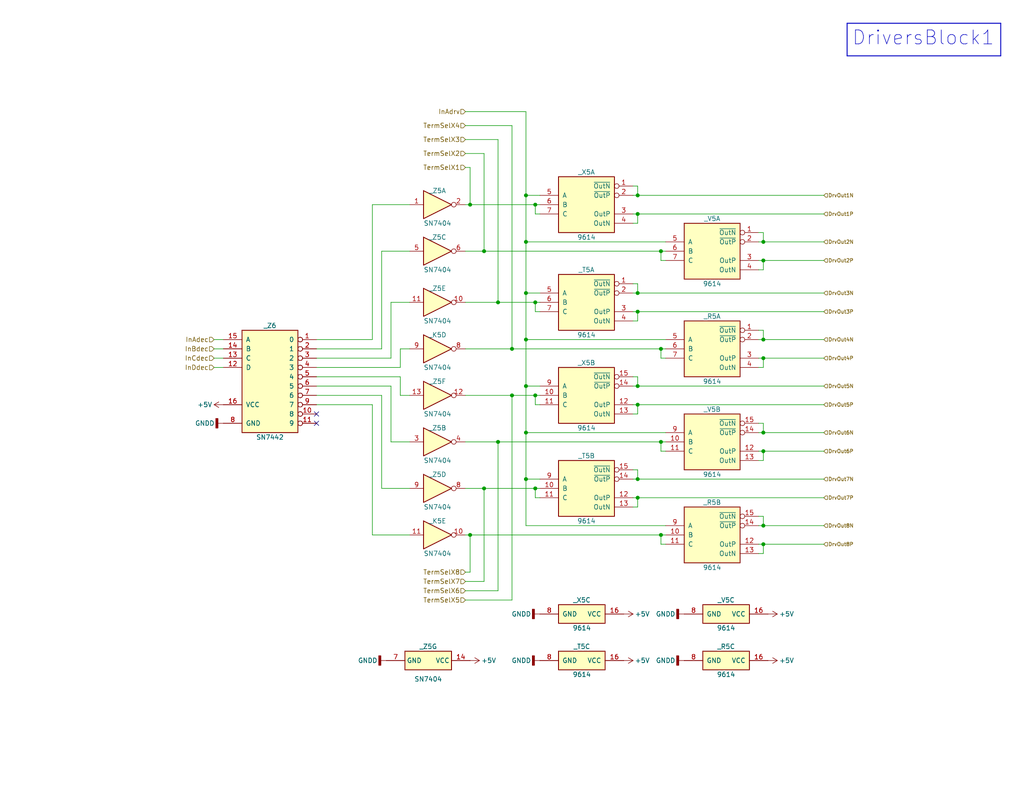
<source format=kicad_sch>
(kicad_sch (version 20230121) (generator eeschema)
  (paper "USLetter")
  (lib_symbols
    (symbol "local:9614" (pin_names (offset 1.016))
      (property "Reference" "U" (at 0 8.89 0))
      (property "Value" "9614" (at 0 -8.89 0))
      (symbol "9614_1_0"
        (pin bidirectional inverted (at 12.7 5.08 180) (length 5.08) (name "~{OutN}") (number "1"))
        (pin output inverted (at 12.7 2.54 180) (length 5.08) (name "~{OutP}") (number "2"))
        (pin output line (at 12.7 -2.54 180) (length 5.08) (name "OutP") (number "3"))
        (pin bidirectional line (at 12.7 -5.08 180) (length 5.08) (name "OutN") (number "4"))
        (pin input line (at -12.7 2.54 0) (length 5.08) (name "A") (number "5"))
        (pin input line (at -12.7 0 0) (length 5.08) (name "B") (number "6"))
        (pin input line (at -12.7 -2.54 0) (length 5.08) (name "C") (number "7"))
      )
      (symbol "9614_1_1"
        (rectangle (start -7.62 7.62) (end 7.62 -7.62) (stroke (width 0.254)) (fill (type background)))
      )
      (symbol "9614_2_0"
        (pin input line (at -12.7 0 0) (length 5.08) (name "B") (number "10"))
        (pin input line (at -12.7 -2.54 0) (length 5.08) (name "C") (number "11"))
        (pin output line (at 12.7 -2.54 180) (length 5.08) (name "OutP") (number "12"))
        (pin bidirectional line (at 12.7 -5.08 180) (length 5.08) (name "OutN") (number "13"))
        (pin output inverted (at 12.7 2.54 180) (length 5.08) (name "~{OutP}") (number "14"))
        (pin bidirectional inverted (at 12.7 5.08 180) (length 5.08) (name "~{OutN}") (number "15"))
        (pin input line (at -12.7 2.54 0) (length 5.08) (name "A") (number "9"))
      )
      (symbol "9614_2_1"
        (rectangle (start -7.62 7.62) (end 7.62 -7.62) (stroke (width 0.254)) (fill (type background)))
      )
      (symbol "9614_3_0"
        (pin power_in line (at 11.43 0 180) (length 5.08) (name "VCC") (number "16"))
        (pin power_in line (at -11.43 0 0) (length 5.08) (name "GND") (number "8"))
      )
      (symbol "9614_3_1"
        (rectangle (start -6.35 2.54) (end 6.35 -2.54) (stroke (width 0.254)) (fill (type background)))
      )
    )
    (symbol "local:SN7404"
      (property "Reference" "U" (at 0 3.81 0))
      (property "Value" "SN7404" (at 0 -5.08 0))
      (symbol "SN7404_1_0"
        (polyline (pts (xy -3.81 3.81) (xy -3.81 -3.81) (xy 3.81 0) (xy -3.81 3.81)) (stroke (width 0.254)) (fill (type background)))
        (pin input line (at -7.62 0 0) (length 3.81) (name "~") (number "1"))
        (pin output inverted (at 7.62 0 180) (length 3.81) (name "~") (number "2"))
      )
      (symbol "SN7404_2_0"
        (polyline (pts (xy -3.81 3.81) (xy -3.81 -3.81) (xy 3.81 0) (xy -3.81 3.81)) (stroke (width 0.254)) (fill (type background)))
        (pin input line (at -7.62 0 0) (length 3.81) (name "~") (number "3"))
        (pin output inverted (at 7.62 0 180) (length 3.81) (name "~") (number "4"))
      )
      (symbol "SN7404_3_0"
        (polyline (pts (xy -3.81 3.81) (xy -3.81 -3.81) (xy 3.81 0) (xy -3.81 3.81)) (stroke (width 0.254)) (fill (type background)))
        (pin input line (at -7.62 0 0) (length 3.81) (name "~") (number "5"))
        (pin output inverted (at 7.62 0 180) (length 3.81) (name "~") (number "6"))
      )
      (symbol "SN7404_4_0"
        (polyline (pts (xy -3.81 3.81) (xy -3.81 -3.81) (xy 3.81 0) (xy -3.81 3.81)) (stroke (width 0.254)) (fill (type background)))
        (pin output inverted (at 7.62 0 180) (length 3.81) (name "~") (number "8"))
        (pin input line (at -7.62 0 0) (length 3.81) (name "~") (number "9"))
      )
      (symbol "SN7404_5_0"
        (polyline (pts (xy -3.81 3.81) (xy -3.81 -3.81) (xy 3.81 0) (xy -3.81 3.81)) (stroke (width 0.254)) (fill (type background)))
        (pin output inverted (at 7.62 0 180) (length 3.81) (name "~") (number "10"))
        (pin input line (at -7.62 0 0) (length 3.81) (name "~") (number "11"))
      )
      (symbol "SN7404_6_0"
        (polyline (pts (xy -3.81 3.81) (xy -3.81 -3.81) (xy 3.81 0) (xy -3.81 3.81)) (stroke (width 0.254)) (fill (type background)))
        (pin output inverted (at 7.62 0 180) (length 3.81) (name "~") (number "12"))
        (pin input line (at -7.62 0 0) (length 3.81) (name "~") (number "13"))
      )
      (symbol "SN7404_7_0"
        (pin power_in line (at 11.43 0 180) (length 5.08) (name "VCC") (number "14"))
        (pin power_in line (at -11.43 0 0) (length 5.08) (name "GND") (number "7"))
      )
      (symbol "SN7404_7_1"
        (rectangle (start -6.35 2.54) (end 6.35 -2.54) (stroke (width 0.254)) (fill (type background)))
      )
    )
    (symbol "local:SN7442" (pin_names (offset 1.016))
      (property "Reference" "U" (at 0 13.97 0))
      (property "Value" "SN7442" (at 0 -16.51 0))
      (symbol "SN7442_1_0"
        (pin output inverted (at 12.7 10.16 180) (length 5.08) (name "0") (number "1"))
        (pin output inverted (at 12.7 -10.16 180) (length 5.08) (name "8") (number "10"))
        (pin output inverted (at 12.7 -12.7 180) (length 5.08) (name "9") (number "11"))
        (pin input line (at -12.7 2.54 0) (length 5.08) (name "D") (number "12"))
        (pin input line (at -12.7 5.08 0) (length 5.08) (name "C") (number "13"))
        (pin input line (at -12.7 7.62 0) (length 5.08) (name "B") (number "14"))
        (pin input line (at -12.7 10.16 0) (length 5.08) (name "A") (number "15"))
        (pin power_in line (at -12.7 -7.62 0) (length 5.08) (name "VCC") (number "16"))
        (pin output inverted (at 12.7 7.62 180) (length 5.08) (name "1") (number "2"))
        (pin output inverted (at 12.7 5.08 180) (length 5.08) (name "2") (number "3"))
        (pin output inverted (at 12.7 2.54 180) (length 5.08) (name "3") (number "4"))
        (pin output inverted (at 12.7 0 180) (length 5.08) (name "4") (number "5"))
        (pin output inverted (at 12.7 -2.54 180) (length 5.08) (name "5") (number "6"))
        (pin output inverted (at 12.7 -5.08 180) (length 5.08) (name "6") (number "7"))
        (pin power_in line (at -12.7 -12.7 0) (length 5.08) (name "GND") (number "8"))
        (pin output inverted (at 12.7 -7.62 180) (length 5.08) (name "7") (number "9"))
      )
      (symbol "SN7442_1_1"
        (rectangle (start -7.62 12.7) (end 7.62 -15.24) (stroke (width 0.254)) (fill (type background)))
      )
    )
    (symbol "power:+5V" (power) (pin_names (offset 0))
      (property "Value" "+5V" (at 0 3.556 0))
      (symbol "+5V_0_1"
        (polyline (pts (xy -0.762 1.27) (xy 0 2.54)))
        (polyline (pts (xy 0 0) (xy 0 2.54)))
        (polyline (pts (xy 0 2.54) (xy 0.762 1.27)))
      )
      (symbol "+5V_1_1"
        (pin power_in line (at 0 0 90) (length 0) hide (name "+5V") (number "1"))
      )
    )
    (symbol "power:GNDD" (power) (pin_names (offset 0))
      (property "Value" "GNDD" (at 0 -3.175 0))
      (symbol "GNDD_0_1"
        (rectangle (start -1.27 -1.524) (end 1.27 -2.032) (stroke (width 0.254)) (fill (type outline)))
        (polyline (pts (xy 0 0) (xy 0 -1.524)))
      )
      (symbol "GNDD_1_1"
        (pin power_in line (at 0 0 270) (length 0) hide (name "GNDD") (number "1"))
      )
    )
  )
  (junction (at 143.51 92.71))
  (junction (at 132.08 133.35))
  (junction (at 173.99 130.81))
  (junction (at 208.28 148.59))
  (junction (at 208.28 66.04))
  (junction (at 143.51 53.34))
  (junction (at 143.51 118.11))
  (junction (at 146.05 82.55))
  (junction (at 173.99 135.89))
  (junction (at 180.34 95.25))
  (junction (at 173.99 85.09))
  (junction (at 128.27 146.05))
  (junction (at 132.08 68.58))
  (junction (at 180.34 146.05))
  (junction (at 146.05 55.88))
  (junction (at 208.28 71.12))
  (junction (at 208.28 97.79))
  (junction (at 139.7 107.95))
  (junction (at 173.99 105.41))
  (junction (at 180.34 120.65))
  (junction (at 208.28 123.19))
  (junction (at 180.34 68.58))
  (junction (at 146.05 133.35))
  (junction (at 208.28 143.51))
  (junction (at 128.27 55.88))
  (junction (at 173.99 58.42))
  (junction (at 135.89 82.55))
  (junction (at 143.51 80.01))
  (junction (at 173.99 110.49))
  (junction (at 143.51 105.41))
  (junction (at 135.89 120.65))
  (junction (at 143.51 66.04))
  (junction (at 173.99 53.34))
  (junction (at 146.05 107.95))
  (junction (at 139.7 95.25))
  (junction (at 143.51 130.81))
  (junction (at 208.28 118.11))
  (junction (at 208.28 92.71))
  (junction (at 173.99 80.01))
  (no_connect (at 86.36 113.03))
  (no_connect (at 86.36 115.57))
  (wire (pts (xy 143.51 92.71) (xy 143.51 105.41)))
  (wire (pts (xy 132.08 158.75) (xy 132.08 133.35)))
  (wire (pts (xy 173.99 102.87) (xy 173.99 105.41)))
  (wire (pts (xy 208.28 115.57) (xy 208.28 118.11)))
  (wire (pts (xy 106.68 82.55) (xy 111.76 82.55)))
  (wire (pts (xy 208.28 92.71) (xy 224.79 92.71)))
  (wire (pts (xy 135.89 120.65) (xy 180.34 120.65)))
  (wire (pts (xy 143.51 80.01) (xy 143.51 92.71)))
  (wire (pts (xy 127 55.88) (xy 128.27 55.88)))
  (wire (pts (xy 139.7 163.83) (xy 139.7 107.95)))
  (wire (pts (xy 172.72 60.96) (xy 173.99 60.96)))
  (wire (pts (xy 173.99 135.89) (xy 224.79 135.89)))
  (wire (pts (xy 104.14 95.25) (xy 104.14 68.58)))
  (wire (pts (xy 135.89 38.1) (xy 135.89 82.55)))
  (wire (pts (xy 172.72 50.8) (xy 173.99 50.8)))
  (polyline (pts (xy 273.05 6.35) (xy 231.14 6.35)))
  (wire (pts (xy 146.05 55.88) (xy 147.32 55.88)))
  (wire (pts (xy 173.99 138.43) (xy 173.99 135.89)))
  (wire (pts (xy 172.72 105.41) (xy 173.99 105.41)))
  (wire (pts (xy 180.34 148.59) (xy 180.34 146.05)))
  (polyline (pts (xy 231.14 6.35) (xy 231.14 15.24)) (stroke (width 0.254) (type solid)))
  (wire (pts (xy 173.99 130.81) (xy 224.79 130.81)))
  (wire (pts (xy 207.01 125.73) (xy 208.28 125.73)))
  (wire (pts (xy 127 68.58) (xy 132.08 68.58)))
  (wire (pts (xy 101.6 55.88) (xy 111.76 55.88)))
  (wire (pts (xy 181.61 123.19) (xy 180.34 123.19)))
  (wire (pts (xy 146.05 133.35) (xy 147.32 133.35)))
  (wire (pts (xy 208.28 148.59) (xy 224.79 148.59)))
  (wire (pts (xy 172.72 113.03) (xy 173.99 113.03)))
  (wire (pts (xy 147.32 105.41) (xy 143.51 105.41)))
  (wire (pts (xy 207.01 73.66) (xy 208.28 73.66)))
  (wire (pts (xy 101.6 146.05) (xy 111.76 146.05)))
  (wire (pts (xy 127 45.72) (xy 128.27 45.72)))
  (wire (pts (xy 127 38.1) (xy 135.89 38.1)))
  (wire (pts (xy 208.28 118.11) (xy 224.79 118.11)))
  (wire (pts (xy 173.99 113.03) (xy 173.99 110.49)))
  (wire (pts (xy 173.99 87.63) (xy 173.99 85.09)))
  (wire (pts (xy 208.28 66.04) (xy 207.01 66.04)))
  (wire (pts (xy 180.34 146.05) (xy 181.61 146.05)))
  (wire (pts (xy 207.01 90.17) (xy 208.28 90.17)))
  (wire (pts (xy 181.61 118.11) (xy 143.51 118.11)))
  (wire (pts (xy 86.36 107.95) (xy 104.14 107.95)))
  (wire (pts (xy 146.05 82.55) (xy 147.32 82.55)))
  (wire (pts (xy 146.05 107.95) (xy 147.32 107.95)))
  (wire (pts (xy 207.01 63.5) (xy 208.28 63.5)))
  (wire (pts (xy 143.51 30.48) (xy 143.51 53.34)))
  (wire (pts (xy 173.99 128.27) (xy 173.99 130.81)))
  (wire (pts (xy 172.72 128.27) (xy 173.99 128.27)))
  (wire (pts (xy 172.72 110.49) (xy 173.99 110.49)))
  (wire (pts (xy 127 41.91) (xy 132.08 41.91)))
  (wire (pts (xy 104.14 133.35) (xy 111.76 133.35)))
  (wire (pts (xy 139.7 107.95) (xy 146.05 107.95)))
  (wire (pts (xy 127 156.21) (xy 128.27 156.21)))
  (wire (pts (xy 181.61 92.71) (xy 143.51 92.71)))
  (wire (pts (xy 173.99 60.96) (xy 173.99 58.42)))
  (wire (pts (xy 109.22 102.87) (xy 109.22 107.95)))
  (wire (pts (xy 208.28 71.12) (xy 224.79 71.12)))
  (wire (pts (xy 208.28 148.59) (xy 207.01 148.59)))
  (wire (pts (xy 146.05 110.49) (xy 146.05 107.95)))
  (wire (pts (xy 143.51 118.11) (xy 143.51 130.81)))
  (wire (pts (xy 208.28 92.71) (xy 207.01 92.71)))
  (wire (pts (xy 128.27 146.05) (xy 180.34 146.05)))
  (wire (pts (xy 173.99 110.49) (xy 224.79 110.49)))
  (wire (pts (xy 173.99 105.41) (xy 224.79 105.41)))
  (polyline (pts (xy 231.14 15.24) (xy 273.05 15.24)) (stroke (width 0.254) (type solid)))
  (wire (pts (xy 208.28 143.51) (xy 207.01 143.51)))
  (wire (pts (xy 207.01 140.97) (xy 208.28 140.97)))
  (wire (pts (xy 208.28 123.19) (xy 224.79 123.19)))
  (wire (pts (xy 207.01 151.13) (xy 208.28 151.13)))
  (wire (pts (xy 106.68 105.41) (xy 106.68 120.65)))
  (wire (pts (xy 109.22 100.33) (xy 109.22 95.25)))
  (wire (pts (xy 207.01 115.57) (xy 208.28 115.57)))
  (wire (pts (xy 143.51 105.41) (xy 143.51 118.11)))
  (wire (pts (xy 172.72 135.89) (xy 173.99 135.89)))
  (wire (pts (xy 208.28 140.97) (xy 208.28 143.51)))
  (wire (pts (xy 132.08 133.35) (xy 146.05 133.35)))
  (wire (pts (xy 127 120.65) (xy 135.89 120.65)))
  (wire (pts (xy 127 161.29) (xy 135.89 161.29)))
  (wire (pts (xy 208.28 73.66) (xy 208.28 71.12)))
  (wire (pts (xy 181.61 66.04) (xy 143.51 66.04)))
  (wire (pts (xy 106.68 120.65) (xy 111.76 120.65)))
  (polyline (pts (xy 273.05 6.35) (xy 231.14 6.35)) (stroke (width 0.254) (type solid)))
  (wire (pts (xy 127 133.35) (xy 132.08 133.35)))
  (wire (pts (xy 173.99 85.09) (xy 224.79 85.09)))
  (wire (pts (xy 143.51 66.04) (xy 143.51 80.01)))
  (wire (pts (xy 173.99 80.01) (xy 224.79 80.01)))
  (wire (pts (xy 60.96 95.25) (xy 58.42 95.25)))
  (wire (pts (xy 101.6 92.71) (xy 101.6 55.88)))
  (wire (pts (xy 180.34 120.65) (xy 181.61 120.65)))
  (wire (pts (xy 180.34 97.79) (xy 180.34 95.25)))
  (wire (pts (xy 180.34 123.19) (xy 180.34 120.65)))
  (wire (pts (xy 127 158.75) (xy 132.08 158.75)))
  (wire (pts (xy 147.32 135.89) (xy 146.05 135.89)))
  (wire (pts (xy 109.22 107.95) (xy 111.76 107.95)))
  (wire (pts (xy 180.34 68.58) (xy 181.61 68.58)))
  (wire (pts (xy 181.61 97.79) (xy 180.34 97.79)))
  (wire (pts (xy 127 107.95) (xy 139.7 107.95)))
  (wire (pts (xy 86.36 95.25) (xy 104.14 95.25)))
  (wire (pts (xy 86.36 102.87) (xy 109.22 102.87)))
  (wire (pts (xy 147.32 110.49) (xy 146.05 110.49)))
  (wire (pts (xy 86.36 105.41) (xy 106.68 105.41)))
  (wire (pts (xy 208.28 63.5) (xy 208.28 66.04)))
  (wire (pts (xy 146.05 135.89) (xy 146.05 133.35)))
  (wire (pts (xy 208.28 143.51) (xy 224.79 143.51)))
  (wire (pts (xy 180.34 71.12) (xy 180.34 68.58)))
  (wire (pts (xy 104.14 107.95) (xy 104.14 133.35)))
  (wire (pts (xy 86.36 97.79) (xy 106.68 97.79)))
  (wire (pts (xy 143.51 130.81) (xy 147.32 130.81)))
  (wire (pts (xy 181.61 95.25) (xy 180.34 95.25)))
  (wire (pts (xy 172.72 53.34) (xy 173.99 53.34)))
  (wire (pts (xy 101.6 110.49) (xy 101.6 146.05)))
  (polyline (pts (xy 273.05 15.24) (xy 273.05 6.35)) (stroke (width 0.254) (type solid)))
  (wire (pts (xy 172.72 80.01) (xy 173.99 80.01)))
  (wire (pts (xy 208.28 97.79) (xy 224.79 97.79)))
  (wire (pts (xy 143.51 53.34) (xy 143.51 66.04)))
  (wire (pts (xy 132.08 41.91) (xy 132.08 68.58)))
  (wire (pts (xy 180.34 95.25) (xy 139.7 95.25)))
  (wire (pts (xy 128.27 55.88) (xy 146.05 55.88)))
  (wire (pts (xy 173.99 77.47) (xy 173.99 80.01)))
  (wire (pts (xy 208.28 90.17) (xy 208.28 92.71)))
  (wire (pts (xy 104.14 68.58) (xy 111.76 68.58)))
  (wire (pts (xy 172.72 77.47) (xy 173.99 77.47)))
  (wire (pts (xy 172.72 130.81) (xy 173.99 130.81)))
  (wire (pts (xy 146.05 58.42) (xy 146.05 55.88)))
  (wire (pts (xy 128.27 156.21) (xy 128.27 146.05)))
  (wire (pts (xy 143.51 30.48) (xy 127 30.48)))
  (wire (pts (xy 58.42 92.71) (xy 60.96 92.71)))
  (wire (pts (xy 173.99 58.42) (xy 224.79 58.42)))
  (wire (pts (xy 172.72 102.87) (xy 173.99 102.87)))
  (wire (pts (xy 181.61 148.59) (xy 180.34 148.59)))
  (wire (pts (xy 208.28 66.04) (xy 224.79 66.04)))
  (wire (pts (xy 135.89 161.29) (xy 135.89 120.65)))
  (wire (pts (xy 86.36 110.49) (xy 101.6 110.49)))
  (wire (pts (xy 135.89 82.55) (xy 146.05 82.55)))
  (wire (pts (xy 60.96 100.33) (xy 58.42 100.33)))
  (wire (pts (xy 109.22 95.25) (xy 111.76 95.25)))
  (wire (pts (xy 172.72 138.43) (xy 173.99 138.43)))
  (wire (pts (xy 208.28 151.13) (xy 208.28 148.59)))
  (wire (pts (xy 208.28 97.79) (xy 207.01 97.79)))
  (wire (pts (xy 86.36 92.71) (xy 101.6 92.71)))
  (wire (pts (xy 147.32 53.34) (xy 143.51 53.34)))
  (wire (pts (xy 139.7 95.25) (xy 127 95.25)))
  (wire (pts (xy 58.42 97.79) (xy 60.96 97.79)))
  (wire (pts (xy 173.99 53.34) (xy 224.79 53.34)))
  (wire (pts (xy 208.28 125.73) (xy 208.28 123.19)))
  (wire (pts (xy 147.32 85.09) (xy 146.05 85.09)))
  (wire (pts (xy 127 34.29) (xy 139.7 34.29)))
  (wire (pts (xy 146.05 85.09) (xy 146.05 82.55)))
  (wire (pts (xy 86.36 100.33) (xy 109.22 100.33)))
  (wire (pts (xy 147.32 58.42) (xy 146.05 58.42)))
  (wire (pts (xy 172.72 58.42) (xy 173.99 58.42)))
  (wire (pts (xy 147.32 80.01) (xy 143.51 80.01)))
  (wire (pts (xy 181.61 71.12) (xy 180.34 71.12)))
  (wire (pts (xy 207.01 100.33) (xy 208.28 100.33)))
  (wire (pts (xy 173.99 50.8) (xy 173.99 53.34)))
  (wire (pts (xy 172.72 87.63) (xy 173.99 87.63)))
  (wire (pts (xy 181.61 143.51) (xy 143.51 143.51)))
  (wire (pts (xy 128.27 45.72) (xy 128.27 55.88)))
  (wire (pts (xy 208.28 123.19) (xy 207.01 123.19)))
  (wire (pts (xy 127 82.55) (xy 135.89 82.55)))
  (wire (pts (xy 106.68 97.79) (xy 106.68 82.55)))
  (wire (pts (xy 208.28 71.12) (xy 207.01 71.12)))
  (wire (pts (xy 172.72 85.09) (xy 173.99 85.09)))
  (wire (pts (xy 143.51 143.51) (xy 143.51 130.81)))
  (wire (pts (xy 127 163.83) (xy 139.7 163.83)))
  (wire (pts (xy 208.28 118.11) (xy 207.01 118.11)))
  (wire (pts (xy 208.28 100.33) (xy 208.28 97.79)))
  (wire (pts (xy 132.08 68.58) (xy 180.34 68.58)))
  (wire (pts (xy 127 146.05) (xy 128.27 146.05)))
  (wire (pts (xy 139.7 34.29) (xy 139.7 95.25)))
  (text "DriversBlock1" (at 232.41 12.7 0) (effects (font (size 3.81 3.81)) (justify left bottom)))
  (hierarchical_label "DrvOut2N" (shape input) (at 224.79 66.04 0) (effects (font (size 0.9906 0.9906))))
  (hierarchical_label "DrvOut4N" (shape input) (at 224.79 92.71 0) (effects (font (size 0.9906 0.9906))))
  (hierarchical_label "DrvOut8P" (shape input) (at 224.79 148.59 0) (effects (font (size 0.9906 0.9906))))
  (hierarchical_label "InAdrv" (shape input) (at 127 30.48 180))
  (hierarchical_label "DrvOut8N" (shape input) (at 224.79 143.51 0) (effects (font (size 0.9906 0.9906))))
  (hierarchical_label "TermSelX5" (shape input) (at 127 163.83 180))
  (hierarchical_label "DrvOut2P" (shape input) (at 224.79 71.12 0) (effects (font (size 0.9906 0.9906))))
  (hierarchical_label "InBdec" (shape input) (at 58.42 95.25 180))
  (hierarchical_label "TermSelX6" (shape input) (at 127 161.29 180))
  (hierarchical_label "DrvOut5N" (shape input) (at 224.79 105.41 0) (effects (font (size 0.9906 0.9906))))
  (hierarchical_label "TermSelX7" (shape input) (at 127 158.75 180))
  (hierarchical_label "DrvOut6N" (shape input) (at 224.79 118.11 0) (effects (font (size 0.9906 0.9906))))
  (hierarchical_label "DrvOut6P" (shape input) (at 224.79 123.19 0) (effects (font (size 0.9906 0.9906))))
  (hierarchical_label "TermSelX4" (shape input) (at 127 34.29 180))
  (hierarchical_label "DrvOut3N" (shape input) (at 224.79 80.01 0) (effects (font (size 0.9906 0.9906))))
  (hierarchical_label "InAdec" (shape input) (at 58.42 92.71 180))
  (hierarchical_label "DrvOut4P" (shape input) (at 224.79 97.79 0) (effects (font (size 0.9906 0.9906))))
  (hierarchical_label "DrvOut7P" (shape input) (at 224.79 135.89 0) (effects (font (size 0.9906 0.9906))))
  (hierarchical_label "TermSelX3" (shape input) (at 127 38.1 180))
  (hierarchical_label "TermSelX1" (shape input) (at 127 45.72 180))
  (hierarchical_label "InCdec" (shape input) (at 58.42 97.79 180))
  (hierarchical_label "InDdec" (shape input) (at 58.42 100.33 180))
  (hierarchical_label "DrvOut5P" (shape input) (at 224.79 110.49 0) (effects (font (size 0.9906 0.9906))))
  (hierarchical_label "DrvOut7N" (shape input) (at 224.79 130.81 0) (effects (font (size 0.9906 0.9906))))
  (hierarchical_label "DrvOut3P" (shape input) (at 224.79 85.09 0) (effects (font (size 0.9906 0.9906))))
  (hierarchical_label "TermSelX8" (shape input) (at 127 156.21 180))
  (hierarchical_label "TermSelX2" (shape input) (at 127 41.91 180))
  (hierarchical_label "DrvOut1N" (shape input) (at 224.79 53.34 0) (effects (font (size 0.9906 0.9906))))
  (hierarchical_label "DrvOut1P" (shape input) (at 224.79 58.42 0) (effects (font (size 0.9906 0.9906))))
  (symbol (lib_id "local:9614") (at 160.02 55.88 0) (unit 1)
    (property "Reference" "_X5" (at 160.02 46.99 0))
    (property "Value" "9614" (at 160.02 64.77 0))
    (property "Footprint" "local:DIP-16_W7.62mm" (effects hide))
  )
  (symbol (lib_id "local:9614") (at 160.02 107.95 0) (unit 2)
    (property "Reference" "_X5" (at 160.02 99.06 0))
    (property "Value" "9614" (at 160.02 116.84 0))
    (property "Footprint" "local:DIP-16_W7.62mm" (effects hide))
  )
  (symbol (lib_id "local:9614") (at 158.75 167.64 0) (unit 3)
    (property "Reference" "_X5" (at 158.75 163.83 0))
    (property "Value" "9614" (at 158.75 171.45 0))
    (property "Footprint" "local:DIP-16_W7.62mm" (effects hide))
  )
  (symbol (lib_id "local:SN7404") (at 119.38 55.88 0) (unit 1)
    (property "Reference" "_Z5" (at 119.38 52.07 0))
    (property "Value" "SN7404" (at 119.38 60.96 0))
    (property "Footprint" "local:DIP-14_W7.62mm" (effects hide))
  )
  (symbol (lib_id "local:SN7404") (at 119.38 120.65 0) (unit 2)
    (property "Reference" "_Z5" (at 119.38 116.84 0))
    (property "Value" "SN7404" (at 119.38 125.73 0))
    (property "Footprint" "local:DIP-14_W7.62mm" (effects hide))
  )
  (symbol (lib_id "local:SN7404") (at 119.38 68.58 0) (unit 3)
    (property "Reference" "_Z5" (at 119.38 64.77 0))
    (property "Value" "SN7404" (at 119.38 73.66 0))
    (property "Footprint" "local:DIP-14_W7.62mm" (effects hide))
  )
  (symbol (lib_id "local:SN7404") (at 119.38 133.35 0) (unit 4)
    (property "Reference" "_Z5" (at 119.38 129.54 0))
    (property "Value" "SN7404" (at 119.38 138.43 0))
    (property "Footprint" "local:DIP-14_W7.62mm" (effects hide))
  )
  (symbol (lib_id "local:SN7404") (at 119.38 82.55 0) (unit 5)
    (property "Reference" "_Z5" (at 119.38 78.74 0))
    (property "Value" "SN7404" (at 119.38 87.63 0))
    (property "Footprint" "local:DIP-14_W7.62mm" (effects hide))
  )
  (symbol (lib_id "local:9614") (at 194.31 95.25 0) (unit 1)
    (property "Reference" "_R5" (at 194.31 86.36 0))
    (property "Value" "9614" (at 194.31 104.14 0))
    (property "Footprint" "local:DIP-16_W7.62mm" (effects hide))
  )
  (symbol (lib_id "local:9614") (at 194.31 146.05 0) (unit 2)
    (property "Reference" "_R5" (at 194.31 137.16 0))
    (property "Value" "9614" (at 194.31 154.94 0))
    (property "Footprint" "local:DIP-16_W7.62mm" (effects hide))
  )
  (symbol (lib_id "local:9614") (at 198.12 180.34 0) (unit 3)
    (property "Reference" "_R5" (at 198.12 176.53 0))
    (property "Value" "9614" (at 198.12 184.15 0))
    (property "Footprint" "local:DIP-16_W7.62mm" (effects hide))
  )
  (symbol (lib_id "local:SN7404") (at 119.38 95.25 0) (unit 4)
    (property "Reference" "_K5" (at 119.38 91.44 0))
    (property "Value" "SN7404" (at 119.38 100.33 0))
    (property "Footprint" "local:DIP-14_W7.62mm" (effects hide))
  )
  (symbol (lib_id "local:SN7404") (at 116.84 180.34 0) (unit 7)
    (property "Reference" "_Z5" (at 116.84 176.53 0))
    (property "Value" "SN7404" (at 116.84 185.42 0))
    (property "Footprint" "local:DIP-14_W7.62mm" (effects hide))
  )
  (symbol (lib_id "power:GNDD") (at 105.41 180.34 270) (unit 1)
    (property "Reference" "#PWR?" (effects hide))
    (property "Value" "GNDD" (at 100.33 180.34 90))
    (instances (project "HexPerTerminal" (path "" (reference "#PWR?") (unit 1)) (path "" (reference "#PWR?") (unit 1)) (path "" (reference "#PWR0159") (unit 1))))
  )
  (symbol (lib_id "power:+5V") (at 128.27 180.34 270) (unit 1)
    (property "Reference" "#PWR?" (effects hide))
    (property "Value" "+5V" (at 133.35 180.34 90))
    (instances (project "HexPerTerminal" (path "" (reference "#PWR?") (unit 1)) (path "" (reference "#PWR?") (unit 1)) (path "" (reference "#PWR0160") (unit 1))))
  )
  (symbol (lib_id "power:GNDD") (at 147.32 167.64 270) (unit 1)
    (property "Reference" "#PWR?" (effects hide))
    (property "Value" "GNDD" (at 142.24 167.64 90))
    (instances (project "HexPerTerminal" (path "" (reference "#PWR?") (unit 1)) (path "" (reference "#PWR?") (unit 1)) (path "" (reference "#PWR0149") (unit 1))))
  )
  (symbol (lib_id "power:+5V") (at 170.18 167.64 270) (unit 1)
    (property "Reference" "#PWR?" (effects hide))
    (property "Value" "+5V" (at 175.26 167.64 90))
    (instances (project "HexPerTerminal" (path "" (reference "#PWR?") (unit 1)) (path "" (reference "#PWR?") (unit 1)) (path "" (reference "#PWR0150") (unit 1))))
  )
  (symbol (lib_id "power:+5V") (at 170.18 180.34 270) (unit 1)
    (property "Reference" "#PWR?" (effects hide))
    (property "Value" "+5V" (at 175.26 180.34 90))
    (instances (project "HexPerTerminal" (path "" (reference "#PWR?") (unit 1)) (path "" (reference "#PWR?") (unit 1)) (path "" (reference "#PWR0152") (unit 1))))
  )
  (symbol (lib_id "power:GNDD") (at 186.69 167.64 270) (unit 1)
    (property "Reference" "#PWR?" (effects hide))
    (property "Value" "GNDD" (at 181.61 167.64 90))
    (instances (project "HexPerTerminal" (path "" (reference "#PWR?") (unit 1)) (path "" (reference "#PWR?") (unit 1)) (path "" (reference "#PWR0153") (unit 1))))
  )
  (symbol (lib_id "power:+5V") (at 209.55 167.64 270) (unit 1)
    (property "Reference" "#PWR?" (effects hide))
    (property "Value" "+5V" (at 214.63 167.64 90))
    (instances (project "HexPerTerminal" (path "" (reference "#PWR?") (unit 1)) (path "" (reference "#PWR?") (unit 1)) (path "" (reference "#PWR0154") (unit 1))))
  )
  (symbol (lib_id "power:GNDD") (at 60.96 115.57 270) (unit 1)
    (property "Reference" "#PWR?" (effects hide))
    (property "Value" "GNDD" (at 55.88 115.57 90))
    (instances (project "HexPerTerminal" (path "" (reference "#PWR?") (unit 1)) (path "" (reference "#PWR?") (unit 1)) (path "" (reference "#PWR0157") (unit 1))))
  )
  (symbol (lib_id "power:+5V") (at 60.96 110.49 90) (unit 1)
    (property "Reference" "#PWR?" (effects hide))
    (property "Value" "+5V" (at 55.88 110.49 90))
    (instances (project "HexPerTerminal" (path "" (reference "#PWR?") (unit 1)) (path "" (reference "#PWR?") (unit 1)) (path "" (reference "#PWR0158") (unit 1))))
  )
  (symbol (lib_id "local:SN7442") (at 73.66 102.87 0) (unit 1)
    (property "Reference" "_Z6" (at 73.66 88.9 0))
    (property "Value" "SN7442" (at 73.66 119.38 0))
    (property "Footprint" "local:DIP-16_W7.62mm" (effects hide))
  )
  (symbol (lib_id "local:SN7404") (at 119.38 107.95 0) (unit 6)
    (property "Reference" "_Z5" (at 119.38 104.14 0))
    (property "Value" "SN7404" (at 119.38 113.03 0))
    (property "Footprint" "local:DIP-14_W7.62mm" (effects hide))
  )
  (symbol (lib_id "local:9614") (at 160.02 82.55 0) (unit 1)
    (property "Reference" "_T5" (at 160.02 73.66 0))
    (property "Value" "9614" (at 160.02 91.44 0))
    (property "Footprint" "local:DIP-16_W7.62mm" (effects hide))
  )
  (symbol (lib_id "local:9614") (at 160.02 133.35 0) (unit 2)
    (property "Reference" "_T5" (at 160.02 124.46 0))
    (property "Value" "9614" (at 160.02 142.24 0))
    (property "Footprint" "local:DIP-16_W7.62mm" (effects hide))
  )
  (symbol (lib_id "local:9614") (at 158.75 180.34 0) (unit 3)
    (property "Reference" "_T5" (at 158.75 176.53 0))
    (property "Value" "9614" (at 158.75 184.15 0))
    (property "Footprint" "local:DIP-16_W7.62mm" (effects hide))
  )
  (symbol (lib_id "local:9614") (at 194.31 68.58 0) (unit 1)
    (property "Reference" "_V5" (at 194.31 59.69 0))
    (property "Value" "9614" (at 194.31 77.47 0))
    (property "Footprint" "local:DIP-16_W7.62mm" (effects hide))
  )
  (symbol (lib_id "local:9614") (at 194.31 120.65 0) (unit 2)
    (property "Reference" "_V5" (at 194.31 111.76 0))
    (property "Value" "9614" (at 194.31 129.54 0))
    (property "Footprint" "local:DIP-16_W7.62mm" (effects hide))
  )
  (symbol (lib_id "local:9614") (at 198.12 167.64 0) (unit 3)
    (property "Reference" "_V5" (at 198.12 163.83 0))
    (property "Value" "9614" (at 198.12 171.45 0))
    (property "Footprint" "local:DIP-16_W7.62mm" (effects hide))
  )
  (symbol (lib_id "local:SN7404") (at 119.38 146.05 0) (unit 5)
    (property "Reference" "_K5" (at 119.38 142.24 0))
    (property "Value" "SN7404" (at 119.38 151.13 0))
    (property "Footprint" "local:DIP-14_W7.62mm" (effects hide))
  )
  (symbol (lib_id "power:GNDD") (at 147.32 180.34 270) (unit 1)
    (property "Reference" "#PWR?" (effects hide))
    (property "Value" "GNDD" (at 142.24 180.34 90))
    (instances (project "HexPerTerminal" (path "" (reference "#PWR?") (unit 1)) (path "" (reference "#PWR?") (unit 1)) (path "" (reference "#PWR0151") (unit 1))))
  )
  (symbol (lib_id "power:GNDD") (at 186.69 180.34 270) (unit 1)
    (property "Reference" "#PWR?" (effects hide))
    (property "Value" "GNDD" (at 181.61 180.34 90))
    (instances (project "HexPerTerminal" (path "" (reference "#PWR?") (unit 1)) (path "" (reference "#PWR?") (unit 1)) (path "" (reference "#PWR0155") (unit 1))))
  )
  (symbol (lib_id "power:+5V") (at 209.55 180.34 270) (unit 1)
    (property "Reference" "#PWR?" (effects hide))
    (property "Value" "+5V" (at 214.63 180.34 90))
    (instances (project "HexPerTerminal" (path "" (reference "#PWR?") (unit 1)) (path "" (reference "#PWR?") (unit 1)) (path "" (reference "#PWR0156") (unit 1))))
  )
)
</source>
